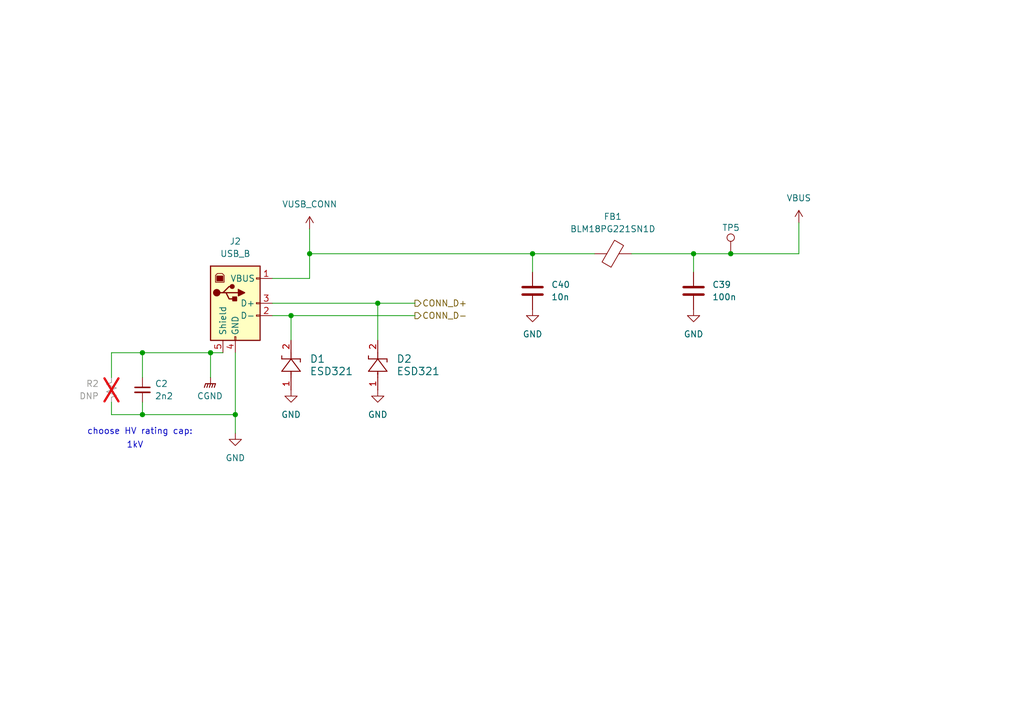
<source format=kicad_sch>
(kicad_sch (version 20231120) (generator "eeschema") (generator_version "8.0")
  (paper "A5")
  (lib_symbols
    (symbol "2024-10-02_15-56-16:ESD321DYAR" (pin_names (offset 0.254))
      (property "Reference" "D" (at 5.08 4.445 0))
      (property "Value" "ESD321DYAR" (at 5.08 -3.81 0))
      (symbol "ESD321DYAR_0_1"
        (polyline (pts (xy 2.54 0) (xy 3.4798 0)) (stroke (width 0.2032)))
        (polyline (pts (xy 3.175 0) (xy 3.81 0)) (stroke (width 0.2032)))
        (polyline (pts (xy 3.81 -1.905) (xy 6.35 0)) (stroke (width 0.2032)))
        (polyline (pts (xy 3.81 1.905) (xy 3.81 -1.905)) (stroke (width 0.2032)))
        (polyline (pts (xy 6.35 -1.905) (xy 5.715 -1.905)) (stroke (width 0.2032)))
        (polyline (pts (xy 6.35 -1.905) (xy 6.35 1.905)) (stroke (width 0.2032)))
        (polyline (pts (xy 6.35 0) (xy 3.81 1.905)) (stroke (width 0.2032)))
        (polyline (pts (xy 6.35 0) (xy 7.62 0)) (stroke (width 0.2032)))
        (polyline (pts (xy 6.35 1.905) (xy 6.985 1.905)) (stroke (width 0.2032)))
        (pin unspecified line (at 0 0 0) (length 2.54) (name "") (number "1"))
        (pin unspecified line (at 10.16 0 180) (length 2.54) (name "") (number "2"))
      )
    )
    (symbol "Connector:TestPoint" (pin_numbers hide) (pin_names (offset 0.762) hide)
      (property "Reference" "TP" (at 0 6.858 0))
      (property "Value" "TestPoint" (at 0 5.08 0))
      (symbol "TestPoint_0_1"
        (circle (center 0 3.302) (radius 0.762))
      )
      (symbol "TestPoint_1_1"
        (pin passive line (at 0 0 90) (length 2.54) (name "1") (number "1"))
      )
    )
    (symbol "Connector:USB_B" (pin_names (offset 1.016))
      (property "Reference" "J" (at -5.08 11.43 0))
      (property "Value" "USB_B" (at -5.08 8.89 0))
      (symbol "USB_B_0_1"
        (rectangle (start -5.08 -7.62) (end 5.08 7.62) (stroke (width 0.254)) (fill (type background)))
        (circle (center -3.81 2.159) (radius 0.635) (stroke (width 0.254)) (fill (type outline)))
        (rectangle (start -3.81 5.588) (end -2.54 4.572) (fill (type outline)))
        (circle (center -0.635 3.429) (radius 0.381) (stroke (width 0.254)) (fill (type outline)))
        (rectangle (start -0.127 -7.62) (end 0.127 -6.858))
        (polyline (pts (xy -1.905 2.159) (xy 0.635 2.159)) (stroke (width 0.254)))
        (polyline (pts (xy -3.175 2.159) (xy -2.54 2.159) (xy -1.27 3.429) (xy -0.635 3.429)) (stroke (width 0.254)))
        (polyline (pts (xy -2.54 2.159) (xy -1.905 2.159) (xy -1.27 0.889) (xy 0 0.889)) (stroke (width 0.254)))
        (polyline (pts (xy 0.635 2.794) (xy 0.635 1.524) (xy 1.905 2.159) (xy 0.635 2.794)) (stroke (width 0.254)) (fill (type outline)))
        (polyline (pts (xy -4.064 4.318) (xy -2.286 4.318) (xy -2.286 5.715) (xy -2.667 6.096) (xy -3.683 6.096) (xy -4.064 5.715) (xy -4.064 4.318)))
        (rectangle (start 0.254 1.27) (end -0.508 0.508) (stroke (width 0.254)) (fill (type outline)))
        (rectangle (start 5.08 -2.667) (end 4.318 -2.413))
        (rectangle (start 5.08 -0.127) (end 4.318 0.127))
        (rectangle (start 5.08 4.953) (end 4.318 5.207))
      )
      (symbol "USB_B_1_1"
        (pin power_out line (at 7.62 5.08 180) (length 2.54) (name "VBUS") (number "1"))
        (pin bidirectional line (at 7.62 -2.54 180) (length 2.54) (name "D-") (number "2"))
        (pin bidirectional line (at 7.62 0 180) (length 2.54) (name "D+") (number "3"))
        (pin power_out line (at 0 -10.16 90) (length 2.54) (name "GND") (number "4"))
        (pin passive line (at -2.54 -10.16 90) (length 2.54) (name "Shield") (number "5"))
      )
    )
    (symbol "Device:C" (pin_numbers hide) (pin_names (offset 0.254))
      (property "Reference" "C" (at 0.635 2.54 0))
      (property "Value" "C" (at 0.635 -2.54 0))
      (symbol "C_0_1"
        (polyline (pts (xy -2.032 -0.762) (xy 2.032 -0.762)) (stroke (width 0.508)))
        (polyline (pts (xy -2.032 0.762) (xy 2.032 0.762)) (stroke (width 0.508)))
      )
      (symbol "C_1_1"
        (pin passive line (at 0 3.81 270) (length 2.794) (name "~") (number "1"))
        (pin passive line (at 0 -3.81 90) (length 2.794) (name "~") (number "2"))
      )
    )
    (symbol "Device:C_Small" (pin_numbers hide) (pin_names (offset 0.254) hide)
      (property "Reference" "C" (at 0.254 1.778 0))
      (property "Value" "C_Small" (at 0.254 -2.032 0))
      (symbol "C_Small_0_1"
        (polyline (pts (xy -1.524 -0.508) (xy 1.524 -0.508)) (stroke (width 0.3302)))
        (polyline (pts (xy -1.524 0.508) (xy 1.524 0.508)) (stroke (width 0.3048)))
      )
      (symbol "C_Small_1_1"
        (pin passive line (at 0 2.54 270) (length 2.032) (name "~") (number "1"))
        (pin passive line (at 0 -2.54 90) (length 2.032) (name "~") (number "2"))
      )
    )
    (symbol "Device:FerriteBead" (pin_numbers hide) (pin_names (offset 0))
      (property "Reference" "FB" (at -3.81 0.635 90))
      (property "Value" "FerriteBead" (at 3.81 0 90))
      (symbol "FerriteBead_0_1"
        (polyline (pts (xy 0 -1.27) (xy 0 -1.2192)))
        (polyline (pts (xy 0 1.27) (xy 0 1.2954)))
        (polyline (pts (xy -2.7686 0.4064) (xy -1.7018 2.2606) (xy 2.7686 -0.3048) (xy 1.6764 -2.159) (xy -2.7686 0.4064)))
      )
      (symbol "FerriteBead_1_1"
        (pin passive line (at 0 3.81 270) (length 2.54) (name "~") (number "1"))
        (pin passive line (at 0 -3.81 90) (length 2.54) (name "~") (number "2"))
      )
    )
    (symbol "Device:R_Small_US" (pin_numbers hide) (pin_names (offset 0.254) hide)
      (property "Reference" "R" (at 0.762 0.508 0))
      (property "Value" "R_Small_US" (at 0.762 -1.016 0))
      (symbol "R_Small_US_1_1"
        (polyline (pts (xy 0 0) (xy 1.016 -0.381) (xy 0 -0.762) (xy -1.016 -1.143) (xy 0 -1.524)))
        (polyline (pts (xy 0 1.524) (xy 1.016 1.143) (xy 0 0.762) (xy -1.016 0.381) (xy 0 0)))
        (pin passive line (at 0 2.54 270) (length 1.016) (name "~") (number "1"))
        (pin passive line (at 0 -2.54 90) (length 1.016) (name "~") (number "2"))
      )
    )
    (symbol "power:GND" (power) (pin_numbers hide) (pin_names (offset 0) hide)
      (property "Value" "GND" (at 0 -3.81 0))
      (symbol "GND_0_1"
        (polyline (pts (xy 0 0) (xy 0 -1.27) (xy 1.27 -1.27) (xy 0 -2.54) (xy -1.27 -1.27) (xy 0 -1.27)))
      )
      (symbol "GND_1_1"
        (pin power_in line (at 0 0 270) (length 0) (name "~") (number "1"))
      )
    )
    (symbol "power:GNDPWR" (power) (pin_numbers hide) (pin_names (offset 0) hide)
      (property "Value" "GNDPWR" (at 0 -3.302 0))
      (symbol "GNDPWR_0_1"
        (polyline (pts (xy 0 -1.27) (xy 0 0)))
        (polyline (pts (xy -1.016 -1.27) (xy -1.27 -2.032) (xy -1.27 -2.032)) (stroke (width 0.2032)))
        (polyline (pts (xy -0.508 -1.27) (xy -0.762 -2.032) (xy -0.762 -2.032)) (stroke (width 0.2032)))
        (polyline (pts (xy 0 -1.27) (xy -0.254 -2.032) (xy -0.254 -2.032)) (stroke (width 0.2032)))
        (polyline (pts (xy 0.508 -1.27) (xy 0.254 -2.032) (xy 0.254 -2.032)) (stroke (width 0.2032)))
        (polyline (pts (xy 1.016 -1.27) (xy -1.016 -1.27) (xy -1.016 -1.27)) (stroke (width 0.2032)))
        (polyline (pts (xy 1.016 -1.27) (xy 0.762 -2.032) (xy 0.762 -2.032) (xy 0.762 -2.032)) (stroke (width 0.2032)))
      )
      (symbol "GNDPWR_1_1"
        (pin power_in line (at 0 0 270) (length 0) (name "~") (number "1"))
      )
    )
    (symbol "power:VBUS" (power) (pin_numbers hide) (pin_names (offset 0) hide)
      (property "Value" "VBUS" (at 0 3.556 0))
      (symbol "VBUS_0_1"
        (polyline (pts (xy -0.762 1.27) (xy 0 2.54)))
        (polyline (pts (xy 0 0) (xy 0 2.54)))
        (polyline (pts (xy 0 2.54) (xy 0.762 1.27)))
      )
      (symbol "VBUS_1_1"
        (pin power_in line (at 0 0 90) (length 0) (name "~") (number "1"))
      )
    )
  )
  (junction (at 109.22 52.07))
  (junction (at 29.21 72.39))
  (junction (at 142.24 52.07))
  (junction (at 29.21 85.09))
  (junction (at 48.26 85.09))
  (junction (at 63.5 52.07))
  (junction (at 59.69 64.77))
  (junction (at 43.18 72.39))
  (junction (at 149.86 52.07))
  (junction (at 77.47 62.23))
  (wire (pts (xy 55.88 62.23) (xy 77.47 62.23)))
  (wire (pts (xy 63.5 46.99) (xy 63.5 52.07)))
  (wire (pts (xy 77.47 62.23) (xy 77.47 69.85)))
  (wire (pts (xy 22.86 82.55) (xy 22.86 85.09)))
  (wire (pts (xy 129.54 52.07) (xy 142.24 52.07)))
  (wire (pts (xy 63.5 57.15) (xy 55.88 57.15)))
  (wire (pts (xy 109.22 52.07) (xy 121.92 52.07)))
  (wire (pts (xy 22.86 85.09) (xy 29.21 85.09)))
  (wire (pts (xy 142.24 52.07) (xy 142.24 55.88)))
  (wire (pts (xy 48.26 85.09) (xy 29.21 85.09)))
  (wire (pts (xy 63.5 52.07) (xy 63.5 57.15)))
  (wire (pts (xy 109.22 55.88) (xy 109.22 52.07)))
  (wire (pts (xy 45.72 72.39) (xy 43.18 72.39)))
  (wire (pts (xy 43.18 72.39) (xy 43.18 77.47)))
  (wire (pts (xy 59.69 64.77) (xy 85.09 64.77)))
  (wire (pts (xy 29.21 72.39) (xy 22.86 72.39)))
  (wire (pts (xy 63.5 52.07) (xy 109.22 52.07)))
  (wire (pts (xy 29.21 85.09) (xy 29.21 82.55)))
  (wire (pts (xy 163.83 52.07) (xy 149.86 52.07)))
  (wire (pts (xy 55.88 64.77) (xy 59.69 64.77)))
  (wire (pts (xy 22.86 72.39) (xy 22.86 77.47)))
  (wire (pts (xy 77.47 62.23) (xy 85.09 62.23)))
  (wire (pts (xy 163.83 45.72) (xy 163.83 52.07)))
  (wire (pts (xy 149.86 52.07) (xy 142.24 52.07)))
  (wire (pts (xy 48.26 85.09) (xy 48.26 88.9)))
  (wire (pts (xy 48.26 72.39) (xy 48.26 85.09)))
  (wire (pts (xy 29.21 72.39) (xy 43.18 72.39)))
  (wire (pts (xy 59.69 64.77) (xy 59.69 69.85)))
  (wire (pts (xy 29.21 72.39) (xy 29.21 77.47)))
  (text "choose HV rating cap:\n" (at 28.702 88.646 0) (effects (font (size 1.27 1.27))))
  (text "1kV\n" (at 27.686 91.44 0) (effects (font (size 1.27 1.27))))
  (hierarchical_label "CONN_D-" (shape output) (at 85.09 64.77 0))
  (hierarchical_label "CONN_D+" (shape output) (at 85.09 62.23 0))
  (symbol (lib_id "Device:C") (at 142.24 59.69 0) (unit 1)
    (property "Reference" "C39" (at 146.05 58.4199 0) (effects (justify left)))
    (property "Value" "100n" (at 146.05 60.9599 0) (effects (justify left)))
    (property "Footprint" "Capacitor_SMD:C_0402_1005Metric_Pad0.74x0.62mm_HandSolder" (effects (hide yes)))
    (property "Description" "Unpolarized capacitor" (effects (hide yes)))
  )
  (symbol (lib_id "Device:FerriteBead") (at 125.73 52.07 90) (unit 1)
    (property "Reference" "FB1" (at 125.6792 44.45 90))
    (property "Value" "BLM18PG221SN1D" (at 125.6792 46.99 90))
    (property "Footprint" "Inductor_SMD:L_0603_1608Metric_Pad1.05x0.95mm_HandSolder" (effects (hide yes)))
    (property "Description" "Ferrite bead" (effects (hide yes)))
  )
  (symbol (lib_id "power:GND") (at 77.47 80.01 0) (unit 1)
    (property "Reference" "#PWR07" (effects (hide yes)))
    (property "Value" "GND" (at 77.47 85.09 0))
    (property "Description" "Power symbol creates a global label with name \"GND\" , ground" (effects (hide yes)))
  )
  (symbol (lib_id "power:GNDPWR") (at 43.18 77.47 0) (unit 1)
    (property "Reference" "#PWR03" (effects (hide yes)))
    (property "Value" "CGND" (at 43.053 81.28 0))
    (property "Description" "Power symbol creates a global label with name \"GNDPWR\" , global ground" (effects (hide yes)))
  )
  (symbol (lib_id "Device:C") (at 109.22 59.69 0) (unit 1)
    (property "Reference" "C40" (at 113.03 58.4199 0) (effects (justify left)))
    (property "Value" "10n" (at 113.03 60.9599 0) (effects (justify left)))
    (property "Footprint" "Capacitor_SMD:C_0402_1005Metric_Pad0.74x0.62mm_HandSolder" (effects (hide yes)))
    (property "Description" "Unpolarized capacitor" (effects (hide yes)))
  )
  (symbol (lib_id "power:VBUS") (at 163.83 45.72 0) (unit 1)
    (property "Reference" "#PWR076" (effects (hide yes)))
    (property "Value" "VBUS" (at 163.83 40.64 0))
    (property "Description" "Power symbol creates a global label with name \"VBUS\"" (effects (hide yes)))
  )
  (symbol (lib_id "2024-10-02_15-56-16:ESD321DYAR") (at 77.47 80.01 90) (unit 1)
    (property "Reference" "D2" (at 81.28 73.6599 90) (effects (font (size 1.524 1.524)) (justify right)))
    (property "Value" "ESD321" (at 81.28 76.1999 90) (effects (font (size 1.524 1.524)) (justify right)))
    (property "Footprint" "ul_ESD321DYAR:SOT5x3_DYA_TEX-M" (effects (hide yes)))
    (property "Datasheet" "ESD321DYAR" (effects (hide yes)))
  )
  (symbol (lib_id "power:GND") (at 109.22 63.5 0) (unit 1)
    (property "Reference" "#PWR073" (effects (hide yes)))
    (property "Value" "GND" (at 109.22 68.58 0))
    (property "Description" "Power symbol creates a global label with name \"GND\" , ground" (effects (hide yes)))
  )
  (symbol (lib_id "power:VBUS") (at 63.5 46.99 0) (unit 1)
    (property "Reference" "#PWR05" (effects (hide yes)))
    (property "Value" "VUSB_CONN" (at 63.5 41.91 0))
    (property "Description" "Power symbol creates a global label with name \"VBUS\"" (effects (hide yes)))
  )
  (symbol (lib_id "Device:C_Small") (at 29.21 80.01 0) (unit 1)
    (property "Reference" "C2" (at 31.75 78.7462 0) (effects (justify left)))
    (property "Value" "2n2" (at 31.75 81.2862 0) (effects (justify left)))
    (property "Footprint" "Capacitor_SMD:C_0805_2012Metric_Pad1.18x1.45mm_HandSolder" (effects (hide yes)))
    (property "Description" "Unpolarized capacitor, small symbol" (effects (hide yes)))
  )
  (symbol (lib_id "Connector:USB_B") (at 48.26 62.23 0) (unit 1)
    (property "Reference" "J2" (at 48.26 49.53 0))
    (property "Value" "USB_B" (at 48.26 52.07 0))
    (property "Footprint" "Connector_USB:USB_B_OST_USB-B1HSxx_Horizontal" (effects (hide yes)))
    (property "Description" "USB Type B connector" (effects (hide yes)))
  )
  (symbol (lib_id "Connector:TestPoint") (at 149.86 52.07 0) (unit 1)
    (property "Reference" "TP5" (at 148.082 46.7359 0) (effects (justify left)))
    (property "Value" "TestPoint" (effects (hide yes)))
    (property "Footprint" "TestPoint:TestPoint_Pad_D1.5mm" (effects (hide yes)))
    (property "Description" "test point" (effects (hide yes)))
  )
  (symbol (lib_id "power:GND") (at 59.69 80.01 0) (unit 1)
    (property "Reference" "#PWR06" (effects (hide yes)))
    (property "Value" "GND" (at 59.69 85.09 0))
    (property "Description" "Power symbol creates a global label with name \"GND\" , ground" (effects (hide yes)))
  )
  (symbol (lib_id "Device:R_Small_US") (at 22.86 80.01 0) (mirror y) (unit 1) (dnp yes)
    (property "Reference" "R2" (at 20.32 78.7399 0) (effects (justify left)))
    (property "Value" "DNP" (at 20.32 81.2799 0) (effects (justify left)))
    (property "Footprint" "Resistor_SMD:R_0402_1005Metric_Pad0.72x0.64mm_HandSolder" (effects (hide yes)))
    (property "Description" "Resistor, small US symbol" (effects (hide yes)))
  )
  (symbol (lib_id "power:GND") (at 142.24 63.5 0) (unit 1)
    (property "Reference" "#PWR074" (effects (hide yes)))
    (property "Value" "GND" (at 142.24 68.58 0))
    (property "Description" "Power symbol creates a global label with name \"GND\" , ground" (effects (hide yes)))
  )
  (symbol (lib_id "2024-10-02_15-56-16:ESD321DYAR") (at 59.69 80.01 90) (unit 1)
    (property "Reference" "D1" (at 63.5 73.6599 90) (effects (font (size 1.524 1.524)) (justify right)))
    (property "Value" "ESD321" (at 63.5 76.1999 90) (effects (font (size 1.524 1.524)) (justify right)))
    (property "Footprint" "ul_ESD321DYAR:SOT5x3_DYA_TEX-M" (effects (hide yes)))
    (property "Datasheet" "ESD321DYAR" (effects (hide yes)))
  )
  (symbol (lib_id "power:GND") (at 48.26 88.9 0) (unit 1)
    (property "Reference" "#PWR04" (effects (hide yes)))
    (property "Value" "GND" (at 48.26 93.98 0))
    (property "Description" "Power symbol creates a global label with name \"GND\" , ground" (effects (hide yes)))
  )
)
</source>
